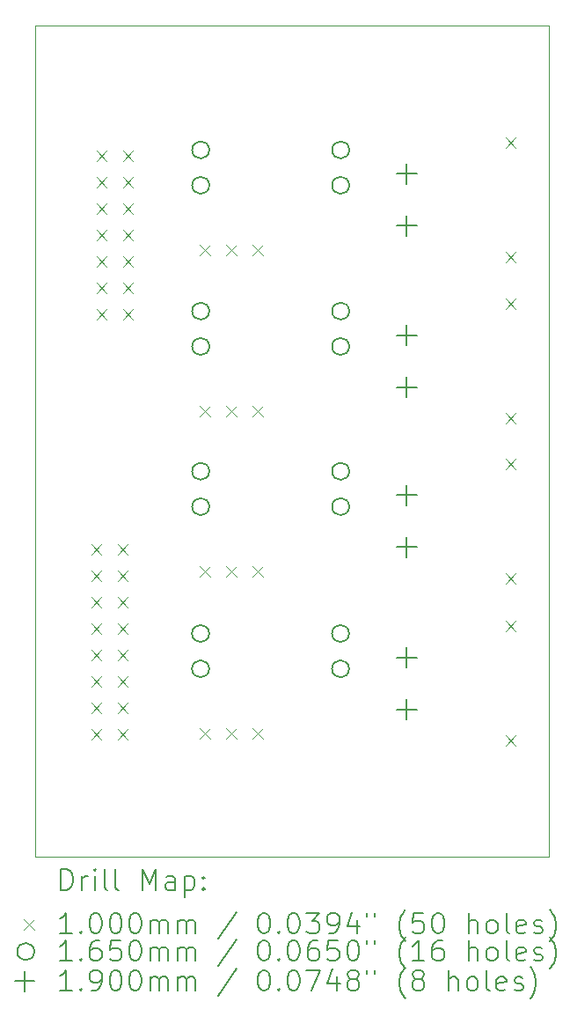
<source format=gbr>
%FSLAX45Y45*%
G04 Gerber Fmt 4.5, Leading zero omitted, Abs format (unit mm)*
G04 Created by KiCad (PCBNEW (6.0.0)) date 2022-03-16 00:11:59*
%MOMM*%
%LPD*%
G01*
G04 APERTURE LIST*
%TA.AperFunction,Profile*%
%ADD10C,0.100000*%
%TD*%
%ADD11C,0.200000*%
%ADD12C,0.100000*%
%ADD13C,0.165000*%
%ADD14C,0.190000*%
G04 APERTURE END LIST*
D10*
X18150000Y-10200000D02*
X13200000Y-10200000D01*
X13200000Y-10200000D02*
X13200000Y-2200000D01*
X13200000Y-2200000D02*
X18150000Y-2200000D01*
X18150000Y-2200000D02*
X18150000Y-10200000D01*
D11*
D12*
X13742200Y-7190500D02*
X13842200Y-7290500D01*
X13842200Y-7190500D02*
X13742200Y-7290500D01*
X13742200Y-7444500D02*
X13842200Y-7544500D01*
X13842200Y-7444500D02*
X13742200Y-7544500D01*
X13742200Y-7698500D02*
X13842200Y-7798500D01*
X13842200Y-7698500D02*
X13742200Y-7798500D01*
X13742200Y-7952500D02*
X13842200Y-8052500D01*
X13842200Y-7952500D02*
X13742200Y-8052500D01*
X13742200Y-8206500D02*
X13842200Y-8306500D01*
X13842200Y-8206500D02*
X13742200Y-8306500D01*
X13742200Y-8460500D02*
X13842200Y-8560500D01*
X13842200Y-8460500D02*
X13742200Y-8560500D01*
X13742200Y-8714500D02*
X13842200Y-8814500D01*
X13842200Y-8714500D02*
X13742200Y-8814500D01*
X13742200Y-8968500D02*
X13842200Y-9068500D01*
X13842200Y-8968500D02*
X13742200Y-9068500D01*
X13792500Y-3403900D02*
X13892500Y-3503900D01*
X13892500Y-3403900D02*
X13792500Y-3503900D01*
X13792500Y-3657900D02*
X13892500Y-3757900D01*
X13892500Y-3657900D02*
X13792500Y-3757900D01*
X13792500Y-3911900D02*
X13892500Y-4011900D01*
X13892500Y-3911900D02*
X13792500Y-4011900D01*
X13792500Y-4165900D02*
X13892500Y-4265900D01*
X13892500Y-4165900D02*
X13792500Y-4265900D01*
X13792500Y-4419900D02*
X13892500Y-4519900D01*
X13892500Y-4419900D02*
X13792500Y-4519900D01*
X13792500Y-4673900D02*
X13892500Y-4773900D01*
X13892500Y-4673900D02*
X13792500Y-4773900D01*
X13792500Y-4927900D02*
X13892500Y-5027900D01*
X13892500Y-4927900D02*
X13792500Y-5027900D01*
X13996200Y-7190500D02*
X14096200Y-7290500D01*
X14096200Y-7190500D02*
X13996200Y-7290500D01*
X13996200Y-7444500D02*
X14096200Y-7544500D01*
X14096200Y-7444500D02*
X13996200Y-7544500D01*
X13996200Y-7698500D02*
X14096200Y-7798500D01*
X14096200Y-7698500D02*
X13996200Y-7798500D01*
X13996200Y-7952500D02*
X14096200Y-8052500D01*
X14096200Y-7952500D02*
X13996200Y-8052500D01*
X13996200Y-8206500D02*
X14096200Y-8306500D01*
X14096200Y-8206500D02*
X13996200Y-8306500D01*
X13996200Y-8460500D02*
X14096200Y-8560500D01*
X14096200Y-8460500D02*
X13996200Y-8560500D01*
X13996200Y-8714500D02*
X14096200Y-8814500D01*
X14096200Y-8714500D02*
X13996200Y-8814500D01*
X13996200Y-8968500D02*
X14096200Y-9068500D01*
X14096200Y-8968500D02*
X13996200Y-9068500D01*
X14046500Y-3403900D02*
X14146500Y-3503900D01*
X14146500Y-3403900D02*
X14046500Y-3503900D01*
X14046500Y-3657900D02*
X14146500Y-3757900D01*
X14146500Y-3657900D02*
X14046500Y-3757900D01*
X14046500Y-3911900D02*
X14146500Y-4011900D01*
X14146500Y-3911900D02*
X14046500Y-4011900D01*
X14046500Y-4165900D02*
X14146500Y-4265900D01*
X14146500Y-4165900D02*
X14046500Y-4265900D01*
X14046500Y-4419900D02*
X14146500Y-4519900D01*
X14146500Y-4419900D02*
X14046500Y-4519900D01*
X14046500Y-4673900D02*
X14146500Y-4773900D01*
X14146500Y-4673900D02*
X14046500Y-4773900D01*
X14046500Y-4927900D02*
X14146500Y-5027900D01*
X14146500Y-4927900D02*
X14046500Y-5027900D01*
X14790000Y-4310000D02*
X14890000Y-4410000D01*
X14890000Y-4310000D02*
X14790000Y-4410000D01*
X14790000Y-5860000D02*
X14890000Y-5960000D01*
X14890000Y-5860000D02*
X14790000Y-5960000D01*
X14790000Y-7400000D02*
X14890000Y-7500000D01*
X14890000Y-7400000D02*
X14790000Y-7500000D01*
X14790000Y-8960000D02*
X14890000Y-9060000D01*
X14890000Y-8960000D02*
X14790000Y-9060000D01*
X15044000Y-4310000D02*
X15144000Y-4410000D01*
X15144000Y-4310000D02*
X15044000Y-4410000D01*
X15044000Y-5860000D02*
X15144000Y-5960000D01*
X15144000Y-5860000D02*
X15044000Y-5960000D01*
X15044000Y-7400000D02*
X15144000Y-7500000D01*
X15144000Y-7400000D02*
X15044000Y-7500000D01*
X15044000Y-8960000D02*
X15144000Y-9060000D01*
X15144000Y-8960000D02*
X15044000Y-9060000D01*
X15298000Y-4310000D02*
X15398000Y-4410000D01*
X15398000Y-4310000D02*
X15298000Y-4410000D01*
X15298000Y-5860000D02*
X15398000Y-5960000D01*
X15398000Y-5860000D02*
X15298000Y-5960000D01*
X15298000Y-7400000D02*
X15398000Y-7500000D01*
X15398000Y-7400000D02*
X15298000Y-7500000D01*
X15298000Y-8960000D02*
X15398000Y-9060000D01*
X15398000Y-8960000D02*
X15298000Y-9060000D01*
X17730000Y-3280000D02*
X17830000Y-3380000D01*
X17830000Y-3280000D02*
X17730000Y-3380000D01*
X17730000Y-4380000D02*
X17830000Y-4480000D01*
X17830000Y-4380000D02*
X17730000Y-4480000D01*
X17730000Y-4830000D02*
X17830000Y-4930000D01*
X17830000Y-4830000D02*
X17730000Y-4930000D01*
X17730000Y-5930000D02*
X17830000Y-6030000D01*
X17830000Y-5930000D02*
X17730000Y-6030000D01*
X17730000Y-6370000D02*
X17830000Y-6470000D01*
X17830000Y-6370000D02*
X17730000Y-6470000D01*
X17730000Y-7470000D02*
X17830000Y-7570000D01*
X17830000Y-7470000D02*
X17730000Y-7570000D01*
X17730000Y-7930000D02*
X17830000Y-8030000D01*
X17830000Y-7930000D02*
X17730000Y-8030000D01*
X17730000Y-9030000D02*
X17830000Y-9130000D01*
X17830000Y-9030000D02*
X17730000Y-9130000D01*
D13*
X14877600Y-8050000D02*
G75*
G03*
X14877600Y-8050000I-82500J0D01*
G01*
X14877600Y-8390000D02*
G75*
G03*
X14877600Y-8390000I-82500J0D01*
G01*
X14879000Y-3400000D02*
G75*
G03*
X14879000Y-3400000I-82500J0D01*
G01*
X14879000Y-3740000D02*
G75*
G03*
X14879000Y-3740000I-82500J0D01*
G01*
X14879000Y-4950000D02*
G75*
G03*
X14879000Y-4950000I-82500J0D01*
G01*
X14879000Y-5290000D02*
G75*
G03*
X14879000Y-5290000I-82500J0D01*
G01*
X14879000Y-6490000D02*
G75*
G03*
X14879000Y-6490000I-82500J0D01*
G01*
X14879000Y-6830000D02*
G75*
G03*
X14879000Y-6830000I-82500J0D01*
G01*
X16224600Y-8050000D02*
G75*
G03*
X16224600Y-8050000I-82500J0D01*
G01*
X16224600Y-8390000D02*
G75*
G03*
X16224600Y-8390000I-82500J0D01*
G01*
X16226000Y-3400000D02*
G75*
G03*
X16226000Y-3400000I-82500J0D01*
G01*
X16226000Y-3740000D02*
G75*
G03*
X16226000Y-3740000I-82500J0D01*
G01*
X16226000Y-4950000D02*
G75*
G03*
X16226000Y-4950000I-82500J0D01*
G01*
X16226000Y-5290000D02*
G75*
G03*
X16226000Y-5290000I-82500J0D01*
G01*
X16226000Y-6490000D02*
G75*
G03*
X16226000Y-6490000I-82500J0D01*
G01*
X16226000Y-6830000D02*
G75*
G03*
X16226000Y-6830000I-82500J0D01*
G01*
D14*
X16780000Y-3535000D02*
X16780000Y-3725000D01*
X16685000Y-3630000D02*
X16875000Y-3630000D01*
X16780000Y-4035000D02*
X16780000Y-4225000D01*
X16685000Y-4130000D02*
X16875000Y-4130000D01*
X16780000Y-5085000D02*
X16780000Y-5275000D01*
X16685000Y-5180000D02*
X16875000Y-5180000D01*
X16780000Y-5585000D02*
X16780000Y-5775000D01*
X16685000Y-5680000D02*
X16875000Y-5680000D01*
X16780000Y-6625000D02*
X16780000Y-6815000D01*
X16685000Y-6720000D02*
X16875000Y-6720000D01*
X16780000Y-7125000D02*
X16780000Y-7315000D01*
X16685000Y-7220000D02*
X16875000Y-7220000D01*
X16780000Y-8185000D02*
X16780000Y-8375000D01*
X16685000Y-8280000D02*
X16875000Y-8280000D01*
X16780000Y-8685000D02*
X16780000Y-8875000D01*
X16685000Y-8780000D02*
X16875000Y-8780000D01*
D11*
X13452619Y-10515476D02*
X13452619Y-10315476D01*
X13500238Y-10315476D01*
X13528809Y-10325000D01*
X13547857Y-10344048D01*
X13557381Y-10363095D01*
X13566905Y-10401190D01*
X13566905Y-10429762D01*
X13557381Y-10467857D01*
X13547857Y-10486905D01*
X13528809Y-10505952D01*
X13500238Y-10515476D01*
X13452619Y-10515476D01*
X13652619Y-10515476D02*
X13652619Y-10382143D01*
X13652619Y-10420238D02*
X13662143Y-10401190D01*
X13671667Y-10391667D01*
X13690714Y-10382143D01*
X13709762Y-10382143D01*
X13776428Y-10515476D02*
X13776428Y-10382143D01*
X13776428Y-10315476D02*
X13766905Y-10325000D01*
X13776428Y-10334524D01*
X13785952Y-10325000D01*
X13776428Y-10315476D01*
X13776428Y-10334524D01*
X13900238Y-10515476D02*
X13881190Y-10505952D01*
X13871667Y-10486905D01*
X13871667Y-10315476D01*
X14005000Y-10515476D02*
X13985952Y-10505952D01*
X13976428Y-10486905D01*
X13976428Y-10315476D01*
X14233571Y-10515476D02*
X14233571Y-10315476D01*
X14300238Y-10458333D01*
X14366905Y-10315476D01*
X14366905Y-10515476D01*
X14547857Y-10515476D02*
X14547857Y-10410714D01*
X14538333Y-10391667D01*
X14519286Y-10382143D01*
X14481190Y-10382143D01*
X14462143Y-10391667D01*
X14547857Y-10505952D02*
X14528809Y-10515476D01*
X14481190Y-10515476D01*
X14462143Y-10505952D01*
X14452619Y-10486905D01*
X14452619Y-10467857D01*
X14462143Y-10448810D01*
X14481190Y-10439286D01*
X14528809Y-10439286D01*
X14547857Y-10429762D01*
X14643095Y-10382143D02*
X14643095Y-10582143D01*
X14643095Y-10391667D02*
X14662143Y-10382143D01*
X14700238Y-10382143D01*
X14719286Y-10391667D01*
X14728809Y-10401190D01*
X14738333Y-10420238D01*
X14738333Y-10477381D01*
X14728809Y-10496429D01*
X14719286Y-10505952D01*
X14700238Y-10515476D01*
X14662143Y-10515476D01*
X14643095Y-10505952D01*
X14824048Y-10496429D02*
X14833571Y-10505952D01*
X14824048Y-10515476D01*
X14814524Y-10505952D01*
X14824048Y-10496429D01*
X14824048Y-10515476D01*
X14824048Y-10391667D02*
X14833571Y-10401190D01*
X14824048Y-10410714D01*
X14814524Y-10401190D01*
X14824048Y-10391667D01*
X14824048Y-10410714D01*
D12*
X13095000Y-10795000D02*
X13195000Y-10895000D01*
X13195000Y-10795000D02*
X13095000Y-10895000D01*
D11*
X13557381Y-10935476D02*
X13443095Y-10935476D01*
X13500238Y-10935476D02*
X13500238Y-10735476D01*
X13481190Y-10764048D01*
X13462143Y-10783095D01*
X13443095Y-10792619D01*
X13643095Y-10916429D02*
X13652619Y-10925952D01*
X13643095Y-10935476D01*
X13633571Y-10925952D01*
X13643095Y-10916429D01*
X13643095Y-10935476D01*
X13776428Y-10735476D02*
X13795476Y-10735476D01*
X13814524Y-10745000D01*
X13824048Y-10754524D01*
X13833571Y-10773571D01*
X13843095Y-10811667D01*
X13843095Y-10859286D01*
X13833571Y-10897381D01*
X13824048Y-10916429D01*
X13814524Y-10925952D01*
X13795476Y-10935476D01*
X13776428Y-10935476D01*
X13757381Y-10925952D01*
X13747857Y-10916429D01*
X13738333Y-10897381D01*
X13728809Y-10859286D01*
X13728809Y-10811667D01*
X13738333Y-10773571D01*
X13747857Y-10754524D01*
X13757381Y-10745000D01*
X13776428Y-10735476D01*
X13966905Y-10735476D02*
X13985952Y-10735476D01*
X14005000Y-10745000D01*
X14014524Y-10754524D01*
X14024048Y-10773571D01*
X14033571Y-10811667D01*
X14033571Y-10859286D01*
X14024048Y-10897381D01*
X14014524Y-10916429D01*
X14005000Y-10925952D01*
X13985952Y-10935476D01*
X13966905Y-10935476D01*
X13947857Y-10925952D01*
X13938333Y-10916429D01*
X13928809Y-10897381D01*
X13919286Y-10859286D01*
X13919286Y-10811667D01*
X13928809Y-10773571D01*
X13938333Y-10754524D01*
X13947857Y-10745000D01*
X13966905Y-10735476D01*
X14157381Y-10735476D02*
X14176428Y-10735476D01*
X14195476Y-10745000D01*
X14205000Y-10754524D01*
X14214524Y-10773571D01*
X14224048Y-10811667D01*
X14224048Y-10859286D01*
X14214524Y-10897381D01*
X14205000Y-10916429D01*
X14195476Y-10925952D01*
X14176428Y-10935476D01*
X14157381Y-10935476D01*
X14138333Y-10925952D01*
X14128809Y-10916429D01*
X14119286Y-10897381D01*
X14109762Y-10859286D01*
X14109762Y-10811667D01*
X14119286Y-10773571D01*
X14128809Y-10754524D01*
X14138333Y-10745000D01*
X14157381Y-10735476D01*
X14309762Y-10935476D02*
X14309762Y-10802143D01*
X14309762Y-10821190D02*
X14319286Y-10811667D01*
X14338333Y-10802143D01*
X14366905Y-10802143D01*
X14385952Y-10811667D01*
X14395476Y-10830714D01*
X14395476Y-10935476D01*
X14395476Y-10830714D02*
X14405000Y-10811667D01*
X14424048Y-10802143D01*
X14452619Y-10802143D01*
X14471667Y-10811667D01*
X14481190Y-10830714D01*
X14481190Y-10935476D01*
X14576428Y-10935476D02*
X14576428Y-10802143D01*
X14576428Y-10821190D02*
X14585952Y-10811667D01*
X14605000Y-10802143D01*
X14633571Y-10802143D01*
X14652619Y-10811667D01*
X14662143Y-10830714D01*
X14662143Y-10935476D01*
X14662143Y-10830714D02*
X14671667Y-10811667D01*
X14690714Y-10802143D01*
X14719286Y-10802143D01*
X14738333Y-10811667D01*
X14747857Y-10830714D01*
X14747857Y-10935476D01*
X15138333Y-10725952D02*
X14966905Y-10983095D01*
X15395476Y-10735476D02*
X15414524Y-10735476D01*
X15433571Y-10745000D01*
X15443095Y-10754524D01*
X15452619Y-10773571D01*
X15462143Y-10811667D01*
X15462143Y-10859286D01*
X15452619Y-10897381D01*
X15443095Y-10916429D01*
X15433571Y-10925952D01*
X15414524Y-10935476D01*
X15395476Y-10935476D01*
X15376428Y-10925952D01*
X15366905Y-10916429D01*
X15357381Y-10897381D01*
X15347857Y-10859286D01*
X15347857Y-10811667D01*
X15357381Y-10773571D01*
X15366905Y-10754524D01*
X15376428Y-10745000D01*
X15395476Y-10735476D01*
X15547857Y-10916429D02*
X15557381Y-10925952D01*
X15547857Y-10935476D01*
X15538333Y-10925952D01*
X15547857Y-10916429D01*
X15547857Y-10935476D01*
X15681190Y-10735476D02*
X15700238Y-10735476D01*
X15719286Y-10745000D01*
X15728809Y-10754524D01*
X15738333Y-10773571D01*
X15747857Y-10811667D01*
X15747857Y-10859286D01*
X15738333Y-10897381D01*
X15728809Y-10916429D01*
X15719286Y-10925952D01*
X15700238Y-10935476D01*
X15681190Y-10935476D01*
X15662143Y-10925952D01*
X15652619Y-10916429D01*
X15643095Y-10897381D01*
X15633571Y-10859286D01*
X15633571Y-10811667D01*
X15643095Y-10773571D01*
X15652619Y-10754524D01*
X15662143Y-10745000D01*
X15681190Y-10735476D01*
X15814524Y-10735476D02*
X15938333Y-10735476D01*
X15871667Y-10811667D01*
X15900238Y-10811667D01*
X15919286Y-10821190D01*
X15928809Y-10830714D01*
X15938333Y-10849762D01*
X15938333Y-10897381D01*
X15928809Y-10916429D01*
X15919286Y-10925952D01*
X15900238Y-10935476D01*
X15843095Y-10935476D01*
X15824048Y-10925952D01*
X15814524Y-10916429D01*
X16033571Y-10935476D02*
X16071667Y-10935476D01*
X16090714Y-10925952D01*
X16100238Y-10916429D01*
X16119286Y-10887857D01*
X16128809Y-10849762D01*
X16128809Y-10773571D01*
X16119286Y-10754524D01*
X16109762Y-10745000D01*
X16090714Y-10735476D01*
X16052619Y-10735476D01*
X16033571Y-10745000D01*
X16024048Y-10754524D01*
X16014524Y-10773571D01*
X16014524Y-10821190D01*
X16024048Y-10840238D01*
X16033571Y-10849762D01*
X16052619Y-10859286D01*
X16090714Y-10859286D01*
X16109762Y-10849762D01*
X16119286Y-10840238D01*
X16128809Y-10821190D01*
X16300238Y-10802143D02*
X16300238Y-10935476D01*
X16252619Y-10725952D02*
X16205000Y-10868810D01*
X16328809Y-10868810D01*
X16395476Y-10735476D02*
X16395476Y-10773571D01*
X16471667Y-10735476D02*
X16471667Y-10773571D01*
X16766905Y-11011667D02*
X16757381Y-11002143D01*
X16738333Y-10973571D01*
X16728809Y-10954524D01*
X16719286Y-10925952D01*
X16709762Y-10878333D01*
X16709762Y-10840238D01*
X16719286Y-10792619D01*
X16728809Y-10764048D01*
X16738333Y-10745000D01*
X16757381Y-10716429D01*
X16766905Y-10706905D01*
X16938333Y-10735476D02*
X16843095Y-10735476D01*
X16833571Y-10830714D01*
X16843095Y-10821190D01*
X16862143Y-10811667D01*
X16909762Y-10811667D01*
X16928810Y-10821190D01*
X16938333Y-10830714D01*
X16947857Y-10849762D01*
X16947857Y-10897381D01*
X16938333Y-10916429D01*
X16928810Y-10925952D01*
X16909762Y-10935476D01*
X16862143Y-10935476D01*
X16843095Y-10925952D01*
X16833571Y-10916429D01*
X17071667Y-10735476D02*
X17090714Y-10735476D01*
X17109762Y-10745000D01*
X17119286Y-10754524D01*
X17128810Y-10773571D01*
X17138333Y-10811667D01*
X17138333Y-10859286D01*
X17128810Y-10897381D01*
X17119286Y-10916429D01*
X17109762Y-10925952D01*
X17090714Y-10935476D01*
X17071667Y-10935476D01*
X17052619Y-10925952D01*
X17043095Y-10916429D01*
X17033571Y-10897381D01*
X17024048Y-10859286D01*
X17024048Y-10811667D01*
X17033571Y-10773571D01*
X17043095Y-10754524D01*
X17052619Y-10745000D01*
X17071667Y-10735476D01*
X17376429Y-10935476D02*
X17376429Y-10735476D01*
X17462143Y-10935476D02*
X17462143Y-10830714D01*
X17452619Y-10811667D01*
X17433571Y-10802143D01*
X17405000Y-10802143D01*
X17385952Y-10811667D01*
X17376429Y-10821190D01*
X17585952Y-10935476D02*
X17566905Y-10925952D01*
X17557381Y-10916429D01*
X17547857Y-10897381D01*
X17547857Y-10840238D01*
X17557381Y-10821190D01*
X17566905Y-10811667D01*
X17585952Y-10802143D01*
X17614524Y-10802143D01*
X17633571Y-10811667D01*
X17643095Y-10821190D01*
X17652619Y-10840238D01*
X17652619Y-10897381D01*
X17643095Y-10916429D01*
X17633571Y-10925952D01*
X17614524Y-10935476D01*
X17585952Y-10935476D01*
X17766905Y-10935476D02*
X17747857Y-10925952D01*
X17738333Y-10906905D01*
X17738333Y-10735476D01*
X17919286Y-10925952D02*
X17900238Y-10935476D01*
X17862143Y-10935476D01*
X17843095Y-10925952D01*
X17833571Y-10906905D01*
X17833571Y-10830714D01*
X17843095Y-10811667D01*
X17862143Y-10802143D01*
X17900238Y-10802143D01*
X17919286Y-10811667D01*
X17928810Y-10830714D01*
X17928810Y-10849762D01*
X17833571Y-10868810D01*
X18005000Y-10925952D02*
X18024048Y-10935476D01*
X18062143Y-10935476D01*
X18081190Y-10925952D01*
X18090714Y-10906905D01*
X18090714Y-10897381D01*
X18081190Y-10878333D01*
X18062143Y-10868810D01*
X18033571Y-10868810D01*
X18014524Y-10859286D01*
X18005000Y-10840238D01*
X18005000Y-10830714D01*
X18014524Y-10811667D01*
X18033571Y-10802143D01*
X18062143Y-10802143D01*
X18081190Y-10811667D01*
X18157381Y-11011667D02*
X18166905Y-11002143D01*
X18185952Y-10973571D01*
X18195476Y-10954524D01*
X18205000Y-10925952D01*
X18214524Y-10878333D01*
X18214524Y-10840238D01*
X18205000Y-10792619D01*
X18195476Y-10764048D01*
X18185952Y-10745000D01*
X18166905Y-10716429D01*
X18157381Y-10706905D01*
D13*
X13195000Y-11109000D02*
G75*
G03*
X13195000Y-11109000I-82500J0D01*
G01*
D11*
X13557381Y-11199476D02*
X13443095Y-11199476D01*
X13500238Y-11199476D02*
X13500238Y-10999476D01*
X13481190Y-11028048D01*
X13462143Y-11047095D01*
X13443095Y-11056619D01*
X13643095Y-11180429D02*
X13652619Y-11189952D01*
X13643095Y-11199476D01*
X13633571Y-11189952D01*
X13643095Y-11180429D01*
X13643095Y-11199476D01*
X13824048Y-10999476D02*
X13785952Y-10999476D01*
X13766905Y-11009000D01*
X13757381Y-11018524D01*
X13738333Y-11047095D01*
X13728809Y-11085190D01*
X13728809Y-11161381D01*
X13738333Y-11180429D01*
X13747857Y-11189952D01*
X13766905Y-11199476D01*
X13805000Y-11199476D01*
X13824048Y-11189952D01*
X13833571Y-11180429D01*
X13843095Y-11161381D01*
X13843095Y-11113762D01*
X13833571Y-11094714D01*
X13824048Y-11085190D01*
X13805000Y-11075667D01*
X13766905Y-11075667D01*
X13747857Y-11085190D01*
X13738333Y-11094714D01*
X13728809Y-11113762D01*
X14024048Y-10999476D02*
X13928809Y-10999476D01*
X13919286Y-11094714D01*
X13928809Y-11085190D01*
X13947857Y-11075667D01*
X13995476Y-11075667D01*
X14014524Y-11085190D01*
X14024048Y-11094714D01*
X14033571Y-11113762D01*
X14033571Y-11161381D01*
X14024048Y-11180429D01*
X14014524Y-11189952D01*
X13995476Y-11199476D01*
X13947857Y-11199476D01*
X13928809Y-11189952D01*
X13919286Y-11180429D01*
X14157381Y-10999476D02*
X14176428Y-10999476D01*
X14195476Y-11009000D01*
X14205000Y-11018524D01*
X14214524Y-11037571D01*
X14224048Y-11075667D01*
X14224048Y-11123286D01*
X14214524Y-11161381D01*
X14205000Y-11180429D01*
X14195476Y-11189952D01*
X14176428Y-11199476D01*
X14157381Y-11199476D01*
X14138333Y-11189952D01*
X14128809Y-11180429D01*
X14119286Y-11161381D01*
X14109762Y-11123286D01*
X14109762Y-11075667D01*
X14119286Y-11037571D01*
X14128809Y-11018524D01*
X14138333Y-11009000D01*
X14157381Y-10999476D01*
X14309762Y-11199476D02*
X14309762Y-11066143D01*
X14309762Y-11085190D02*
X14319286Y-11075667D01*
X14338333Y-11066143D01*
X14366905Y-11066143D01*
X14385952Y-11075667D01*
X14395476Y-11094714D01*
X14395476Y-11199476D01*
X14395476Y-11094714D02*
X14405000Y-11075667D01*
X14424048Y-11066143D01*
X14452619Y-11066143D01*
X14471667Y-11075667D01*
X14481190Y-11094714D01*
X14481190Y-11199476D01*
X14576428Y-11199476D02*
X14576428Y-11066143D01*
X14576428Y-11085190D02*
X14585952Y-11075667D01*
X14605000Y-11066143D01*
X14633571Y-11066143D01*
X14652619Y-11075667D01*
X14662143Y-11094714D01*
X14662143Y-11199476D01*
X14662143Y-11094714D02*
X14671667Y-11075667D01*
X14690714Y-11066143D01*
X14719286Y-11066143D01*
X14738333Y-11075667D01*
X14747857Y-11094714D01*
X14747857Y-11199476D01*
X15138333Y-10989952D02*
X14966905Y-11247095D01*
X15395476Y-10999476D02*
X15414524Y-10999476D01*
X15433571Y-11009000D01*
X15443095Y-11018524D01*
X15452619Y-11037571D01*
X15462143Y-11075667D01*
X15462143Y-11123286D01*
X15452619Y-11161381D01*
X15443095Y-11180429D01*
X15433571Y-11189952D01*
X15414524Y-11199476D01*
X15395476Y-11199476D01*
X15376428Y-11189952D01*
X15366905Y-11180429D01*
X15357381Y-11161381D01*
X15347857Y-11123286D01*
X15347857Y-11075667D01*
X15357381Y-11037571D01*
X15366905Y-11018524D01*
X15376428Y-11009000D01*
X15395476Y-10999476D01*
X15547857Y-11180429D02*
X15557381Y-11189952D01*
X15547857Y-11199476D01*
X15538333Y-11189952D01*
X15547857Y-11180429D01*
X15547857Y-11199476D01*
X15681190Y-10999476D02*
X15700238Y-10999476D01*
X15719286Y-11009000D01*
X15728809Y-11018524D01*
X15738333Y-11037571D01*
X15747857Y-11075667D01*
X15747857Y-11123286D01*
X15738333Y-11161381D01*
X15728809Y-11180429D01*
X15719286Y-11189952D01*
X15700238Y-11199476D01*
X15681190Y-11199476D01*
X15662143Y-11189952D01*
X15652619Y-11180429D01*
X15643095Y-11161381D01*
X15633571Y-11123286D01*
X15633571Y-11075667D01*
X15643095Y-11037571D01*
X15652619Y-11018524D01*
X15662143Y-11009000D01*
X15681190Y-10999476D01*
X15919286Y-10999476D02*
X15881190Y-10999476D01*
X15862143Y-11009000D01*
X15852619Y-11018524D01*
X15833571Y-11047095D01*
X15824048Y-11085190D01*
X15824048Y-11161381D01*
X15833571Y-11180429D01*
X15843095Y-11189952D01*
X15862143Y-11199476D01*
X15900238Y-11199476D01*
X15919286Y-11189952D01*
X15928809Y-11180429D01*
X15938333Y-11161381D01*
X15938333Y-11113762D01*
X15928809Y-11094714D01*
X15919286Y-11085190D01*
X15900238Y-11075667D01*
X15862143Y-11075667D01*
X15843095Y-11085190D01*
X15833571Y-11094714D01*
X15824048Y-11113762D01*
X16119286Y-10999476D02*
X16024048Y-10999476D01*
X16014524Y-11094714D01*
X16024048Y-11085190D01*
X16043095Y-11075667D01*
X16090714Y-11075667D01*
X16109762Y-11085190D01*
X16119286Y-11094714D01*
X16128809Y-11113762D01*
X16128809Y-11161381D01*
X16119286Y-11180429D01*
X16109762Y-11189952D01*
X16090714Y-11199476D01*
X16043095Y-11199476D01*
X16024048Y-11189952D01*
X16014524Y-11180429D01*
X16252619Y-10999476D02*
X16271667Y-10999476D01*
X16290714Y-11009000D01*
X16300238Y-11018524D01*
X16309762Y-11037571D01*
X16319286Y-11075667D01*
X16319286Y-11123286D01*
X16309762Y-11161381D01*
X16300238Y-11180429D01*
X16290714Y-11189952D01*
X16271667Y-11199476D01*
X16252619Y-11199476D01*
X16233571Y-11189952D01*
X16224048Y-11180429D01*
X16214524Y-11161381D01*
X16205000Y-11123286D01*
X16205000Y-11075667D01*
X16214524Y-11037571D01*
X16224048Y-11018524D01*
X16233571Y-11009000D01*
X16252619Y-10999476D01*
X16395476Y-10999476D02*
X16395476Y-11037571D01*
X16471667Y-10999476D02*
X16471667Y-11037571D01*
X16766905Y-11275667D02*
X16757381Y-11266143D01*
X16738333Y-11237571D01*
X16728809Y-11218524D01*
X16719286Y-11189952D01*
X16709762Y-11142333D01*
X16709762Y-11104238D01*
X16719286Y-11056619D01*
X16728809Y-11028048D01*
X16738333Y-11009000D01*
X16757381Y-10980429D01*
X16766905Y-10970905D01*
X16947857Y-11199476D02*
X16833571Y-11199476D01*
X16890714Y-11199476D02*
X16890714Y-10999476D01*
X16871667Y-11028048D01*
X16852619Y-11047095D01*
X16833571Y-11056619D01*
X17119286Y-10999476D02*
X17081190Y-10999476D01*
X17062143Y-11009000D01*
X17052619Y-11018524D01*
X17033571Y-11047095D01*
X17024048Y-11085190D01*
X17024048Y-11161381D01*
X17033571Y-11180429D01*
X17043095Y-11189952D01*
X17062143Y-11199476D01*
X17100238Y-11199476D01*
X17119286Y-11189952D01*
X17128810Y-11180429D01*
X17138333Y-11161381D01*
X17138333Y-11113762D01*
X17128810Y-11094714D01*
X17119286Y-11085190D01*
X17100238Y-11075667D01*
X17062143Y-11075667D01*
X17043095Y-11085190D01*
X17033571Y-11094714D01*
X17024048Y-11113762D01*
X17376429Y-11199476D02*
X17376429Y-10999476D01*
X17462143Y-11199476D02*
X17462143Y-11094714D01*
X17452619Y-11075667D01*
X17433571Y-11066143D01*
X17405000Y-11066143D01*
X17385952Y-11075667D01*
X17376429Y-11085190D01*
X17585952Y-11199476D02*
X17566905Y-11189952D01*
X17557381Y-11180429D01*
X17547857Y-11161381D01*
X17547857Y-11104238D01*
X17557381Y-11085190D01*
X17566905Y-11075667D01*
X17585952Y-11066143D01*
X17614524Y-11066143D01*
X17633571Y-11075667D01*
X17643095Y-11085190D01*
X17652619Y-11104238D01*
X17652619Y-11161381D01*
X17643095Y-11180429D01*
X17633571Y-11189952D01*
X17614524Y-11199476D01*
X17585952Y-11199476D01*
X17766905Y-11199476D02*
X17747857Y-11189952D01*
X17738333Y-11170905D01*
X17738333Y-10999476D01*
X17919286Y-11189952D02*
X17900238Y-11199476D01*
X17862143Y-11199476D01*
X17843095Y-11189952D01*
X17833571Y-11170905D01*
X17833571Y-11094714D01*
X17843095Y-11075667D01*
X17862143Y-11066143D01*
X17900238Y-11066143D01*
X17919286Y-11075667D01*
X17928810Y-11094714D01*
X17928810Y-11113762D01*
X17833571Y-11132810D01*
X18005000Y-11189952D02*
X18024048Y-11199476D01*
X18062143Y-11199476D01*
X18081190Y-11189952D01*
X18090714Y-11170905D01*
X18090714Y-11161381D01*
X18081190Y-11142333D01*
X18062143Y-11132810D01*
X18033571Y-11132810D01*
X18014524Y-11123286D01*
X18005000Y-11104238D01*
X18005000Y-11094714D01*
X18014524Y-11075667D01*
X18033571Y-11066143D01*
X18062143Y-11066143D01*
X18081190Y-11075667D01*
X18157381Y-11275667D02*
X18166905Y-11266143D01*
X18185952Y-11237571D01*
X18195476Y-11218524D01*
X18205000Y-11189952D01*
X18214524Y-11142333D01*
X18214524Y-11104238D01*
X18205000Y-11056619D01*
X18195476Y-11028048D01*
X18185952Y-11009000D01*
X18166905Y-10980429D01*
X18157381Y-10970905D01*
D14*
X13100000Y-11299000D02*
X13100000Y-11489000D01*
X13005000Y-11394000D02*
X13195000Y-11394000D01*
D11*
X13557381Y-11484476D02*
X13443095Y-11484476D01*
X13500238Y-11484476D02*
X13500238Y-11284476D01*
X13481190Y-11313048D01*
X13462143Y-11332095D01*
X13443095Y-11341619D01*
X13643095Y-11465428D02*
X13652619Y-11474952D01*
X13643095Y-11484476D01*
X13633571Y-11474952D01*
X13643095Y-11465428D01*
X13643095Y-11484476D01*
X13747857Y-11484476D02*
X13785952Y-11484476D01*
X13805000Y-11474952D01*
X13814524Y-11465428D01*
X13833571Y-11436857D01*
X13843095Y-11398762D01*
X13843095Y-11322571D01*
X13833571Y-11303524D01*
X13824048Y-11294000D01*
X13805000Y-11284476D01*
X13766905Y-11284476D01*
X13747857Y-11294000D01*
X13738333Y-11303524D01*
X13728809Y-11322571D01*
X13728809Y-11370190D01*
X13738333Y-11389238D01*
X13747857Y-11398762D01*
X13766905Y-11408286D01*
X13805000Y-11408286D01*
X13824048Y-11398762D01*
X13833571Y-11389238D01*
X13843095Y-11370190D01*
X13966905Y-11284476D02*
X13985952Y-11284476D01*
X14005000Y-11294000D01*
X14014524Y-11303524D01*
X14024048Y-11322571D01*
X14033571Y-11360667D01*
X14033571Y-11408286D01*
X14024048Y-11446381D01*
X14014524Y-11465428D01*
X14005000Y-11474952D01*
X13985952Y-11484476D01*
X13966905Y-11484476D01*
X13947857Y-11474952D01*
X13938333Y-11465428D01*
X13928809Y-11446381D01*
X13919286Y-11408286D01*
X13919286Y-11360667D01*
X13928809Y-11322571D01*
X13938333Y-11303524D01*
X13947857Y-11294000D01*
X13966905Y-11284476D01*
X14157381Y-11284476D02*
X14176428Y-11284476D01*
X14195476Y-11294000D01*
X14205000Y-11303524D01*
X14214524Y-11322571D01*
X14224048Y-11360667D01*
X14224048Y-11408286D01*
X14214524Y-11446381D01*
X14205000Y-11465428D01*
X14195476Y-11474952D01*
X14176428Y-11484476D01*
X14157381Y-11484476D01*
X14138333Y-11474952D01*
X14128809Y-11465428D01*
X14119286Y-11446381D01*
X14109762Y-11408286D01*
X14109762Y-11360667D01*
X14119286Y-11322571D01*
X14128809Y-11303524D01*
X14138333Y-11294000D01*
X14157381Y-11284476D01*
X14309762Y-11484476D02*
X14309762Y-11351143D01*
X14309762Y-11370190D02*
X14319286Y-11360667D01*
X14338333Y-11351143D01*
X14366905Y-11351143D01*
X14385952Y-11360667D01*
X14395476Y-11379714D01*
X14395476Y-11484476D01*
X14395476Y-11379714D02*
X14405000Y-11360667D01*
X14424048Y-11351143D01*
X14452619Y-11351143D01*
X14471667Y-11360667D01*
X14481190Y-11379714D01*
X14481190Y-11484476D01*
X14576428Y-11484476D02*
X14576428Y-11351143D01*
X14576428Y-11370190D02*
X14585952Y-11360667D01*
X14605000Y-11351143D01*
X14633571Y-11351143D01*
X14652619Y-11360667D01*
X14662143Y-11379714D01*
X14662143Y-11484476D01*
X14662143Y-11379714D02*
X14671667Y-11360667D01*
X14690714Y-11351143D01*
X14719286Y-11351143D01*
X14738333Y-11360667D01*
X14747857Y-11379714D01*
X14747857Y-11484476D01*
X15138333Y-11274952D02*
X14966905Y-11532095D01*
X15395476Y-11284476D02*
X15414524Y-11284476D01*
X15433571Y-11294000D01*
X15443095Y-11303524D01*
X15452619Y-11322571D01*
X15462143Y-11360667D01*
X15462143Y-11408286D01*
X15452619Y-11446381D01*
X15443095Y-11465428D01*
X15433571Y-11474952D01*
X15414524Y-11484476D01*
X15395476Y-11484476D01*
X15376428Y-11474952D01*
X15366905Y-11465428D01*
X15357381Y-11446381D01*
X15347857Y-11408286D01*
X15347857Y-11360667D01*
X15357381Y-11322571D01*
X15366905Y-11303524D01*
X15376428Y-11294000D01*
X15395476Y-11284476D01*
X15547857Y-11465428D02*
X15557381Y-11474952D01*
X15547857Y-11484476D01*
X15538333Y-11474952D01*
X15547857Y-11465428D01*
X15547857Y-11484476D01*
X15681190Y-11284476D02*
X15700238Y-11284476D01*
X15719286Y-11294000D01*
X15728809Y-11303524D01*
X15738333Y-11322571D01*
X15747857Y-11360667D01*
X15747857Y-11408286D01*
X15738333Y-11446381D01*
X15728809Y-11465428D01*
X15719286Y-11474952D01*
X15700238Y-11484476D01*
X15681190Y-11484476D01*
X15662143Y-11474952D01*
X15652619Y-11465428D01*
X15643095Y-11446381D01*
X15633571Y-11408286D01*
X15633571Y-11360667D01*
X15643095Y-11322571D01*
X15652619Y-11303524D01*
X15662143Y-11294000D01*
X15681190Y-11284476D01*
X15814524Y-11284476D02*
X15947857Y-11284476D01*
X15862143Y-11484476D01*
X16109762Y-11351143D02*
X16109762Y-11484476D01*
X16062143Y-11274952D02*
X16014524Y-11417809D01*
X16138333Y-11417809D01*
X16243095Y-11370190D02*
X16224048Y-11360667D01*
X16214524Y-11351143D01*
X16205000Y-11332095D01*
X16205000Y-11322571D01*
X16214524Y-11303524D01*
X16224048Y-11294000D01*
X16243095Y-11284476D01*
X16281190Y-11284476D01*
X16300238Y-11294000D01*
X16309762Y-11303524D01*
X16319286Y-11322571D01*
X16319286Y-11332095D01*
X16309762Y-11351143D01*
X16300238Y-11360667D01*
X16281190Y-11370190D01*
X16243095Y-11370190D01*
X16224048Y-11379714D01*
X16214524Y-11389238D01*
X16205000Y-11408286D01*
X16205000Y-11446381D01*
X16214524Y-11465428D01*
X16224048Y-11474952D01*
X16243095Y-11484476D01*
X16281190Y-11484476D01*
X16300238Y-11474952D01*
X16309762Y-11465428D01*
X16319286Y-11446381D01*
X16319286Y-11408286D01*
X16309762Y-11389238D01*
X16300238Y-11379714D01*
X16281190Y-11370190D01*
X16395476Y-11284476D02*
X16395476Y-11322571D01*
X16471667Y-11284476D02*
X16471667Y-11322571D01*
X16766905Y-11560667D02*
X16757381Y-11551143D01*
X16738333Y-11522571D01*
X16728809Y-11503524D01*
X16719286Y-11474952D01*
X16709762Y-11427333D01*
X16709762Y-11389238D01*
X16719286Y-11341619D01*
X16728809Y-11313048D01*
X16738333Y-11294000D01*
X16757381Y-11265428D01*
X16766905Y-11255905D01*
X16871667Y-11370190D02*
X16852619Y-11360667D01*
X16843095Y-11351143D01*
X16833571Y-11332095D01*
X16833571Y-11322571D01*
X16843095Y-11303524D01*
X16852619Y-11294000D01*
X16871667Y-11284476D01*
X16909762Y-11284476D01*
X16928810Y-11294000D01*
X16938333Y-11303524D01*
X16947857Y-11322571D01*
X16947857Y-11332095D01*
X16938333Y-11351143D01*
X16928810Y-11360667D01*
X16909762Y-11370190D01*
X16871667Y-11370190D01*
X16852619Y-11379714D01*
X16843095Y-11389238D01*
X16833571Y-11408286D01*
X16833571Y-11446381D01*
X16843095Y-11465428D01*
X16852619Y-11474952D01*
X16871667Y-11484476D01*
X16909762Y-11484476D01*
X16928810Y-11474952D01*
X16938333Y-11465428D01*
X16947857Y-11446381D01*
X16947857Y-11408286D01*
X16938333Y-11389238D01*
X16928810Y-11379714D01*
X16909762Y-11370190D01*
X17185952Y-11484476D02*
X17185952Y-11284476D01*
X17271667Y-11484476D02*
X17271667Y-11379714D01*
X17262143Y-11360667D01*
X17243095Y-11351143D01*
X17214524Y-11351143D01*
X17195476Y-11360667D01*
X17185952Y-11370190D01*
X17395476Y-11484476D02*
X17376429Y-11474952D01*
X17366905Y-11465428D01*
X17357381Y-11446381D01*
X17357381Y-11389238D01*
X17366905Y-11370190D01*
X17376429Y-11360667D01*
X17395476Y-11351143D01*
X17424048Y-11351143D01*
X17443095Y-11360667D01*
X17452619Y-11370190D01*
X17462143Y-11389238D01*
X17462143Y-11446381D01*
X17452619Y-11465428D01*
X17443095Y-11474952D01*
X17424048Y-11484476D01*
X17395476Y-11484476D01*
X17576429Y-11484476D02*
X17557381Y-11474952D01*
X17547857Y-11455905D01*
X17547857Y-11284476D01*
X17728810Y-11474952D02*
X17709762Y-11484476D01*
X17671667Y-11484476D01*
X17652619Y-11474952D01*
X17643095Y-11455905D01*
X17643095Y-11379714D01*
X17652619Y-11360667D01*
X17671667Y-11351143D01*
X17709762Y-11351143D01*
X17728810Y-11360667D01*
X17738333Y-11379714D01*
X17738333Y-11398762D01*
X17643095Y-11417809D01*
X17814524Y-11474952D02*
X17833571Y-11484476D01*
X17871667Y-11484476D01*
X17890714Y-11474952D01*
X17900238Y-11455905D01*
X17900238Y-11446381D01*
X17890714Y-11427333D01*
X17871667Y-11417809D01*
X17843095Y-11417809D01*
X17824048Y-11408286D01*
X17814524Y-11389238D01*
X17814524Y-11379714D01*
X17824048Y-11360667D01*
X17843095Y-11351143D01*
X17871667Y-11351143D01*
X17890714Y-11360667D01*
X17966905Y-11560667D02*
X17976429Y-11551143D01*
X17995476Y-11522571D01*
X18005000Y-11503524D01*
X18014524Y-11474952D01*
X18024048Y-11427333D01*
X18024048Y-11389238D01*
X18014524Y-11341619D01*
X18005000Y-11313048D01*
X17995476Y-11294000D01*
X17976429Y-11265428D01*
X17966905Y-11255905D01*
M02*

</source>
